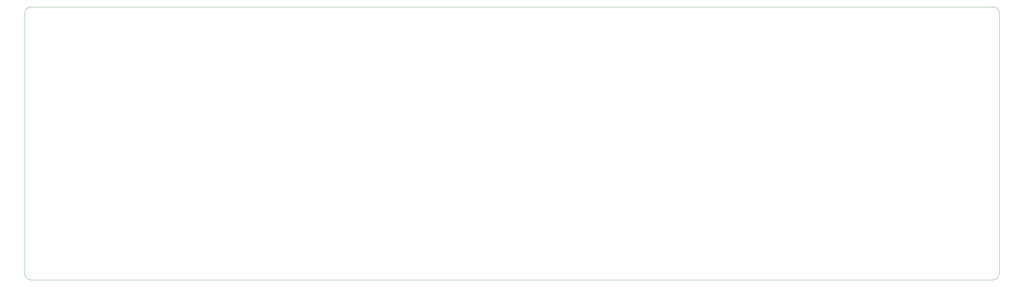
<source format=gbr>
G04 #@! TF.GenerationSoftware,KiCad,Pcbnew,(5.1.4-0-10_14)*
G04 #@! TF.CreationDate,2024-02-26T14:42:05+09:00*
G04 #@! TF.ProjectId,carry53-pcb,63617272-7935-4332-9d70-63622e6b6963,rev?*
G04 #@! TF.SameCoordinates,Original*
G04 #@! TF.FileFunction,Profile,NP*
%FSLAX46Y46*%
G04 Gerber Fmt 4.6, Leading zero omitted, Abs format (unit mm)*
G04 Created by KiCad (PCBNEW (5.1.4-0-10_14)) date 2024-02-26 14:42:05*
%MOMM*%
%LPD*%
G04 APERTURE LIST*
%ADD10C,0.120000*%
G04 APERTURE END LIST*
D10*
X13162500Y-93387500D02*
G75*
G02X11162500Y-91387500I0J2000000D01*
G01*
X303162500Y-91387500D02*
G75*
G02X301162500Y-93387500I-2000000J0D01*
G01*
X301162500Y-11387500D02*
G75*
G02X303162500Y-13387500I0J-2000000D01*
G01*
X11162500Y-13387500D02*
G75*
G02X13162500Y-11387500I2000000J0D01*
G01*
X301162500Y-11387500D02*
X13162500Y-11387500D01*
X303162500Y-91387500D02*
X303162500Y-13387500D01*
X13162500Y-93387500D02*
X301162500Y-93387500D01*
X11162500Y-13387500D02*
X11162500Y-91387500D01*
M02*

</source>
